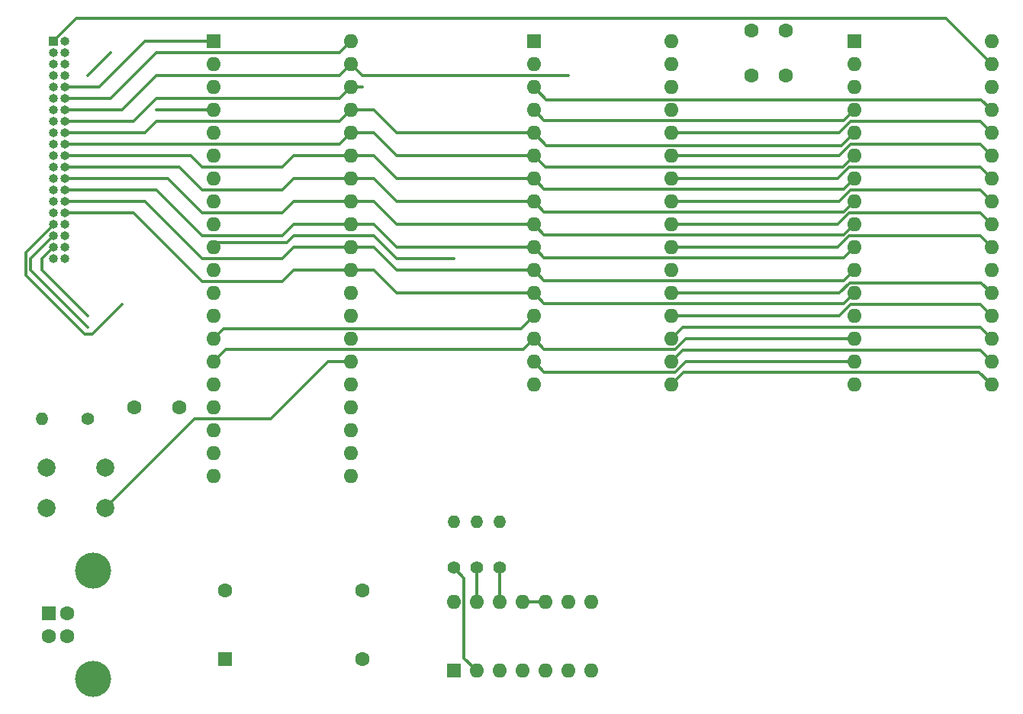
<source format=gbr>
%TF.GenerationSoftware,KiCad,Pcbnew,6.0.0*%
%TF.CreationDate,2022-01-05T13:28:49+01:00*%
%TF.ProjectId,glycon,676c7963-6f6e-42e6-9b69-6361645f7063,rev?*%
%TF.SameCoordinates,Original*%
%TF.FileFunction,Copper,L1,Top*%
%TF.FilePolarity,Positive*%
%FSLAX46Y46*%
G04 Gerber Fmt 4.6, Leading zero omitted, Abs format (unit mm)*
G04 Created by KiCad (PCBNEW 6.0.0) date 2022-01-05 13:28:49*
%MOMM*%
%LPD*%
G01*
G04 APERTURE LIST*
%TA.AperFunction,ComponentPad*%
%ADD10C,1.400000*%
%TD*%
%TA.AperFunction,ComponentPad*%
%ADD11O,1.400000X1.400000*%
%TD*%
%TA.AperFunction,ComponentPad*%
%ADD12R,1.600000X1.600000*%
%TD*%
%TA.AperFunction,ComponentPad*%
%ADD13O,1.600000X1.600000*%
%TD*%
%TA.AperFunction,ComponentPad*%
%ADD14C,1.600000*%
%TD*%
%TA.AperFunction,ComponentPad*%
%ADD15C,2.000000*%
%TD*%
%TA.AperFunction,ComponentPad*%
%ADD16C,4.000000*%
%TD*%
%TA.AperFunction,ComponentPad*%
%ADD17R,1.000000X1.000000*%
%TD*%
%TA.AperFunction,ComponentPad*%
%ADD18O,1.000000X1.000000*%
%TD*%
%TA.AperFunction,Conductor*%
%ADD19C,0.300000*%
%TD*%
G04 APERTURE END LIST*
D10*
%TO.P,R2,1*%
%TO.N,Net-(R2-Pad1)*%
X95250000Y-132080000D03*
D11*
%TO.P,R2,2*%
%TO.N,Earth*%
X95250000Y-127000000D03*
%TD*%
D10*
%TO.P,R4,1*%
%TO.N,Net-(R4-Pad1)*%
X100330000Y-132080000D03*
D11*
%TO.P,R4,2*%
%TO.N,Earth*%
X100330000Y-127000000D03*
%TD*%
D12*
%TO.P,U1,1,NC*%
%TO.N,unconnected-(U1-Pad1)*%
X104140000Y-73660000D03*
D13*
%TO.P,U1,2,A16*%
%TO.N,VCC*%
X104140000Y-76200000D03*
%TO.P,U1,3,A14*%
%TO.N,/A14*%
X104140000Y-78740000D03*
%TO.P,U1,4,A12*%
%TO.N,/A12*%
X104140000Y-81280000D03*
%TO.P,U1,5,A7*%
%TO.N,/A7*%
X104140000Y-83820000D03*
%TO.P,U1,6,A6*%
%TO.N,/A6*%
X104140000Y-86360000D03*
%TO.P,U1,7,A5*%
%TO.N,/A5*%
X104140000Y-88900000D03*
%TO.P,U1,8,A4*%
%TO.N,/A4*%
X104140000Y-91440000D03*
%TO.P,U1,9,A3*%
%TO.N,/A3*%
X104140000Y-93980000D03*
%TO.P,U1,10,A2*%
%TO.N,/A2*%
X104140000Y-96520000D03*
%TO.P,U1,11,A1*%
%TO.N,/A1*%
X104140000Y-99060000D03*
%TO.P,U1,12,A0*%
%TO.N,/A0*%
X104140000Y-101600000D03*
%TO.P,U1,13,Q0*%
%TO.N,/D0*%
X104140000Y-104140000D03*
%TO.P,U1,14,Q1*%
%TO.N,/D1*%
X104140000Y-106680000D03*
%TO.P,U1,15,Q2*%
%TO.N,/D2*%
X104140000Y-109220000D03*
%TO.P,U1,16,GND*%
%TO.N,Earth*%
X104140000Y-111760000D03*
%TO.P,U1,17,Q3*%
%TO.N,/D3*%
X119380000Y-111760000D03*
%TO.P,U1,18,Q4*%
%TO.N,/D4*%
X119380000Y-109220000D03*
%TO.P,U1,19,Q5*%
%TO.N,/D5*%
X119380000Y-106680000D03*
%TO.P,U1,20,Q6*%
%TO.N,/D6*%
X119380000Y-104140000D03*
%TO.P,U1,21,Q7*%
%TO.N,/D7*%
X119380000Y-101600000D03*
%TO.P,U1,22,~{CS1}*%
%TO.N,Earth*%
X119380000Y-99060000D03*
%TO.P,U1,23,A10*%
%TO.N,/A10*%
X119380000Y-96520000D03*
%TO.P,U1,24,~{OE}*%
%TO.N,Net-(U1-Pad24)*%
X119380000Y-93980000D03*
%TO.P,U1,25,A11*%
%TO.N,/A11*%
X119380000Y-91440000D03*
%TO.P,U1,26,A9*%
%TO.N,/A9*%
X119380000Y-88900000D03*
%TO.P,U1,27,A8*%
%TO.N,/A8*%
X119380000Y-86360000D03*
%TO.P,U1,28,A13*%
%TO.N,/A13*%
X119380000Y-83820000D03*
%TO.P,U1,29,~{WE}*%
%TO.N,Net-(U1-Pad29)*%
X119380000Y-81280000D03*
%TO.P,U1,30,CS2*%
%TO.N,Net-(J1-Pad34)*%
X119380000Y-78740000D03*
%TO.P,U1,31,A15*%
%TO.N,VCC*%
X119380000Y-76200000D03*
%TO.P,U1,32,VCC*%
X119380000Y-73660000D03*
%TD*%
D12*
%TO.P,X1,1,NC*%
%TO.N,unconnected-(X1-Pad1)*%
X69850000Y-142230000D03*
D14*
%TO.P,X1,7,GND*%
%TO.N,Earth*%
X85090000Y-142230000D03*
%TO.P,X1,8,OUT*%
%TO.N,Net-(U0-Pad6)*%
X85090000Y-134610000D03*
%TO.P,X1,14,Vcc*%
%TO.N,VCC*%
X69850000Y-134610000D03*
%TD*%
D15*
%TO.P,SW1,1,1*%
%TO.N,Earth*%
X50090000Y-120940000D03*
X56590000Y-120940000D03*
%TO.P,SW1,2,2*%
%TO.N,Net-(R1-Pad2)*%
X56590000Y-125440000D03*
X50090000Y-125440000D03*
%TD*%
D12*
%TO.P,J2,1,VBUS*%
%TO.N,VCC*%
X50362500Y-137180000D03*
D14*
%TO.P,J2,2,D-*%
%TO.N,unconnected-(J2-Pad2)*%
X50362500Y-139680000D03*
%TO.P,J2,3,D+*%
%TO.N,unconnected-(J2-Pad3)*%
X52362500Y-139680000D03*
%TO.P,J2,4,GND*%
%TO.N,Earth*%
X52362500Y-137180000D03*
D16*
%TO.P,J2,5,Shield*%
X55222500Y-132430000D03*
X55222500Y-144430000D03*
%TD*%
D17*
%TO.P,J1,1,Pin_1*%
%TO.N,/ROM WE*%
X50800000Y-73660000D03*
D18*
%TO.P,J1,2,Pin_2*%
%TO.N,VCC*%
X52070000Y-73660000D03*
%TO.P,J1,3,Pin_3*%
%TO.N,unconnected-(J1-Pad3)*%
X50800000Y-74930000D03*
%TO.P,J1,4,Pin_4*%
%TO.N,/A14*%
X52070000Y-74930000D03*
%TO.P,J1,5,Pin_5*%
%TO.N,unconnected-(J1-Pad5)*%
X50800000Y-76200000D03*
%TO.P,J1,6,Pin_6*%
%TO.N,/A13*%
X52070000Y-76200000D03*
%TO.P,J1,7,Pin_7*%
%TO.N,unconnected-(J1-Pad7)*%
X50800000Y-77470000D03*
%TO.P,J1,8,Pin_8*%
%TO.N,/A12*%
X52070000Y-77470000D03*
%TO.P,J1,9,Pin_9*%
%TO.N,unconnected-(J1-Pad9)*%
X50800000Y-78740000D03*
%TO.P,J1,10,Pin_10*%
%TO.N,/A11*%
X52070000Y-78740000D03*
%TO.P,J1,11,Pin_11*%
%TO.N,unconnected-(J1-Pad11)*%
X50800000Y-80010000D03*
%TO.P,J1,12,Pin_12*%
%TO.N,/A10*%
X52070000Y-80010000D03*
%TO.P,J1,13,Pin_13*%
%TO.N,unconnected-(J1-Pad13)*%
X50800000Y-81280000D03*
%TO.P,J1,14,Pin_14*%
%TO.N,/A9*%
X52070000Y-81280000D03*
%TO.P,J1,15,Pin_15*%
%TO.N,unconnected-(J1-Pad15)*%
X50800000Y-82550000D03*
%TO.P,J1,16,Pin_16*%
%TO.N,/A8*%
X52070000Y-82550000D03*
%TO.P,J1,17,Pin_17*%
%TO.N,unconnected-(J1-Pad17)*%
X50800000Y-83820000D03*
%TO.P,J1,18,Pin_18*%
%TO.N,/A7*%
X52070000Y-83820000D03*
%TO.P,J1,19,Pin_19*%
%TO.N,unconnected-(J1-Pad19)*%
X50800000Y-85090000D03*
%TO.P,J1,20,Pin_20*%
%TO.N,/A6*%
X52070000Y-85090000D03*
%TO.P,J1,21,Pin_21*%
%TO.N,/RAM WE*%
X50800000Y-86360000D03*
%TO.P,J1,22,Pin_22*%
%TO.N,/A5*%
X52070000Y-86360000D03*
%TO.P,J1,23,Pin_23*%
%TO.N,/D7*%
X50800000Y-87630000D03*
%TO.P,J1,24,Pin_24*%
%TO.N,/A4*%
X52070000Y-87630000D03*
%TO.P,J1,25,Pin_25*%
%TO.N,/D6*%
X50800000Y-88900000D03*
%TO.P,J1,26,Pin_26*%
%TO.N,/A3*%
X52070000Y-88900000D03*
%TO.P,J1,27,Pin_27*%
%TO.N,/D5*%
X50800000Y-90170000D03*
%TO.P,J1,28,Pin_28*%
%TO.N,/A2*%
X52070000Y-90170000D03*
%TO.P,J1,29,Pin_29*%
%TO.N,/D4*%
X50800000Y-91440000D03*
%TO.P,J1,30,Pin_30*%
%TO.N,/A1*%
X52070000Y-91440000D03*
%TO.P,J1,31,Pin_31*%
%TO.N,/D3*%
X50800000Y-92710000D03*
%TO.P,J1,32,Pin_32*%
%TO.N,/A0*%
X52070000Y-92710000D03*
%TO.P,J1,33,Pin_33*%
%TO.N,/D2*%
X50800000Y-93980000D03*
%TO.P,J1,34,Pin_34*%
%TO.N,Net-(J1-Pad34)*%
X52070000Y-93980000D03*
%TO.P,J1,35,Pin_35*%
%TO.N,/D1*%
X50800000Y-95250000D03*
%TO.P,J1,36,Pin_36*%
%TO.N,unconnected-(J1-Pad36)*%
X52070000Y-95250000D03*
%TO.P,J1,37,Pin_37*%
%TO.N,/D0*%
X50800000Y-96520000D03*
%TO.P,J1,38,Pin_38*%
%TO.N,unconnected-(J1-Pad38)*%
X52070000Y-96520000D03*
%TO.P,J1,39,Pin_39*%
%TO.N,Earth*%
X50800000Y-97790000D03*
%TO.P,J1,40,Pin_40*%
%TO.N,unconnected-(J1-Pad40)*%
X52070000Y-97790000D03*
%TD*%
D14*
%TO.P,C1,1*%
%TO.N,VCC*%
X64770000Y-114300000D03*
%TO.P,C1,2*%
%TO.N,Earth*%
X59770000Y-114300000D03*
%TD*%
D12*
%TO.P,U3,1*%
%TO.N,Net-(R4-Pad1)*%
X95245000Y-143500000D03*
D13*
%TO.P,U3,2*%
%TO.N,Net-(R2-Pad1)*%
X97785000Y-143500000D03*
%TO.P,U3,3*%
%TO.N,Net-(U1-Pad24)*%
X100325000Y-143500000D03*
%TO.P,U3,4*%
%TO.N,N/C*%
X102865000Y-143500000D03*
%TO.P,U3,5*%
X105405000Y-143500000D03*
%TO.P,U3,6*%
X107945000Y-143500000D03*
%TO.P,U3,7,Gnd*%
%TO.N,Earth*%
X110485000Y-143500000D03*
%TO.P,U3,8*%
%TO.N,Net-(U1-Pad29)*%
X110485000Y-135880000D03*
%TO.P,U3,9*%
%TO.N,/RAM WE*%
X107945000Y-135880000D03*
%TO.P,U3,10*%
%TO.N,Net-(U3-Pad10)*%
X105405000Y-135880000D03*
%TO.P,U3,11*%
X102865000Y-135880000D03*
%TO.P,U3,12*%
%TO.N,Net-(R4-Pad1)*%
X100325000Y-135880000D03*
%TO.P,U3,13*%
%TO.N,Net-(R3-Pad1)*%
X97785000Y-135880000D03*
%TO.P,U3,14,Vcc*%
%TO.N,VCC*%
X95245000Y-135880000D03*
%TD*%
D14*
%TO.P,C2,1*%
%TO.N,VCC*%
X128270000Y-77430000D03*
%TO.P,C2,2*%
%TO.N,Earth*%
X128270000Y-72430000D03*
%TD*%
D12*
%TO.P,U0,1,A11*%
%TO.N,/A11*%
X68580000Y-73660000D03*
D13*
%TO.P,U0,2,A12*%
%TO.N,/A12*%
X68580000Y-76200000D03*
%TO.P,U0,3,A13*%
%TO.N,/A13*%
X68580000Y-78740000D03*
%TO.P,U0,4,A14*%
%TO.N,/A14*%
X68580000Y-81280000D03*
%TO.P,U0,5,A15*%
%TO.N,Net-(J1-Pad34)*%
X68580000Y-83820000D03*
%TO.P,U0,6,~{CLK}*%
%TO.N,Net-(U0-Pad6)*%
X68580000Y-86360000D03*
%TO.P,U0,7,D4*%
%TO.N,/D4*%
X68580000Y-88900000D03*
%TO.P,U0,8,D3*%
%TO.N,/D3*%
X68580000Y-91440000D03*
%TO.P,U0,9,D5*%
%TO.N,/D5*%
X68580000Y-93980000D03*
%TO.P,U0,10,D6*%
%TO.N,/D6*%
X68580000Y-96520000D03*
%TO.P,U0,11,VCC*%
%TO.N,VCC*%
X68580000Y-99060000D03*
%TO.P,U0,12,D2*%
%TO.N,/D2*%
X68580000Y-101600000D03*
%TO.P,U0,13,D7*%
%TO.N,/D7*%
X68580000Y-104140000D03*
%TO.P,U0,14,D0*%
%TO.N,/D0*%
X68580000Y-106680000D03*
%TO.P,U0,15,D1*%
%TO.N,/D1*%
X68580000Y-109220000D03*
%TO.P,U0,16,~{INT}*%
%TO.N,unconnected-(U0-Pad16)*%
X68580000Y-111760000D03*
%TO.P,U0,17,~{NMI}*%
%TO.N,VCC*%
X68580000Y-114300000D03*
%TO.P,U0,18,~{HALT}*%
%TO.N,unconnected-(U0-Pad18)*%
X68580000Y-116840000D03*
%TO.P,U0,19,~{MREQ}*%
%TO.N,Net-(R3-Pad1)*%
X68580000Y-119380000D03*
%TO.P,U0,20,~{IORQ}*%
%TO.N,unconnected-(U0-Pad20)*%
X68580000Y-121920000D03*
%TO.P,U0,21,~{RD}*%
%TO.N,Net-(R2-Pad1)*%
X83820000Y-121920000D03*
%TO.P,U0,22,~{WR}*%
%TO.N,Net-(R4-Pad1)*%
X83820000Y-119380000D03*
%TO.P,U0,23,~{BUSACK}*%
%TO.N,unconnected-(U0-Pad23)*%
X83820000Y-116840000D03*
%TO.P,U0,24,~{WAIT}*%
%TO.N,VCC*%
X83820000Y-114300000D03*
%TO.P,U0,25,~{BUSRQ}*%
X83820000Y-111760000D03*
%TO.P,U0,26,~{RESET}*%
%TO.N,Net-(R1-Pad2)*%
X83820000Y-109220000D03*
%TO.P,U0,27,~{M1}*%
%TO.N,unconnected-(U0-Pad27)*%
X83820000Y-106680000D03*
%TO.P,U0,28,~{RFSH}*%
%TO.N,unconnected-(U0-Pad28)*%
X83820000Y-104140000D03*
%TO.P,U0,29,GND*%
%TO.N,Earth*%
X83820000Y-101600000D03*
%TO.P,U0,30,A0*%
%TO.N,/A0*%
X83820000Y-99060000D03*
%TO.P,U0,31,A1*%
%TO.N,/A1*%
X83820000Y-96520000D03*
%TO.P,U0,32,A2*%
%TO.N,/A2*%
X83820000Y-93980000D03*
%TO.P,U0,33,A3*%
%TO.N,/A3*%
X83820000Y-91440000D03*
%TO.P,U0,34,A4*%
%TO.N,/A4*%
X83820000Y-88900000D03*
%TO.P,U0,35,A5*%
%TO.N,/A5*%
X83820000Y-86360000D03*
%TO.P,U0,36,A6*%
%TO.N,/A6*%
X83820000Y-83820000D03*
%TO.P,U0,37,A7*%
%TO.N,/A7*%
X83820000Y-81280000D03*
%TO.P,U0,38,A8*%
%TO.N,/A8*%
X83820000Y-78740000D03*
%TO.P,U0,39,A9*%
%TO.N,/A9*%
X83820000Y-76200000D03*
%TO.P,U0,40,A10*%
%TO.N,/A10*%
X83820000Y-73660000D03*
%TD*%
D12*
%TO.P,U2,1,NC*%
%TO.N,unconnected-(U2-Pad1)*%
X139700000Y-73660000D03*
D13*
%TO.P,U2,2,A16*%
%TO.N,VCC*%
X139700000Y-76200000D03*
%TO.P,U2,3,A15*%
X139700000Y-78740000D03*
%TO.P,U2,4,A12*%
%TO.N,/A12*%
X139700000Y-81280000D03*
%TO.P,U2,5,A7*%
%TO.N,/A7*%
X139700000Y-83820000D03*
%TO.P,U2,6,A6*%
%TO.N,/A6*%
X139700000Y-86360000D03*
%TO.P,U2,7,A5*%
%TO.N,/A5*%
X139700000Y-88900000D03*
%TO.P,U2,8,A4*%
%TO.N,/A4*%
X139700000Y-91440000D03*
%TO.P,U2,9,A3*%
%TO.N,/A3*%
X139700000Y-93980000D03*
%TO.P,U2,10,A2*%
%TO.N,/A2*%
X139700000Y-96520000D03*
%TO.P,U2,11,A1*%
%TO.N,/A1*%
X139700000Y-99060000D03*
%TO.P,U2,12,A0*%
%TO.N,/A0*%
X139700000Y-101600000D03*
%TO.P,U2,13,D0*%
%TO.N,/D0*%
X139700000Y-104140000D03*
%TO.P,U2,14,D1*%
%TO.N,/D1*%
X139700000Y-106680000D03*
%TO.P,U2,15,D2*%
%TO.N,/D2*%
X139700000Y-109220000D03*
%TO.P,U2,16,GND*%
%TO.N,Earth*%
X139700000Y-111760000D03*
%TO.P,U2,17,D3*%
%TO.N,/D3*%
X154940000Y-111760000D03*
%TO.P,U2,18,D4*%
%TO.N,/D4*%
X154940000Y-109220000D03*
%TO.P,U2,19,D5*%
%TO.N,/D5*%
X154940000Y-106680000D03*
%TO.P,U2,20,D6*%
%TO.N,/D6*%
X154940000Y-104140000D03*
%TO.P,U2,21,D7*%
%TO.N,/D7*%
X154940000Y-101600000D03*
%TO.P,U2,22,CE*%
%TO.N,Net-(J1-Pad34)*%
X154940000Y-99060000D03*
%TO.P,U2,23,A10*%
%TO.N,/A10*%
X154940000Y-96520000D03*
%TO.P,U2,24,OE*%
%TO.N,Net-(U1-Pad24)*%
X154940000Y-93980000D03*
%TO.P,U2,25,A11*%
%TO.N,/A11*%
X154940000Y-91440000D03*
%TO.P,U2,26,A9*%
%TO.N,/A9*%
X154940000Y-88900000D03*
%TO.P,U2,27,A8*%
%TO.N,/A8*%
X154940000Y-86360000D03*
%TO.P,U2,28,A13*%
%TO.N,/A13*%
X154940000Y-83820000D03*
%TO.P,U2,29,A14*%
%TO.N,/A14*%
X154940000Y-81280000D03*
%TO.P,U2,30,NC*%
%TO.N,unconnected-(U2-Pad30)*%
X154940000Y-78740000D03*
%TO.P,U2,31,PGM*%
%TO.N,/ROM WE*%
X154940000Y-76200000D03*
%TO.P,U2,32,VCC*%
%TO.N,VCC*%
X154940000Y-73660000D03*
%TD*%
D14*
%TO.P,C3,1*%
%TO.N,VCC*%
X132080000Y-77430000D03*
%TO.P,C3,2*%
%TO.N,Earth*%
X132080000Y-72430000D03*
%TD*%
D10*
%TO.P,R1,1*%
%TO.N,VCC*%
X54610000Y-115570000D03*
D11*
%TO.P,R1,2*%
%TO.N,Net-(R1-Pad2)*%
X49530000Y-115570000D03*
%TD*%
D10*
%TO.P,R3,1*%
%TO.N,Net-(R3-Pad1)*%
X97790000Y-132080000D03*
D11*
%TO.P,R3,2*%
%TO.N,Earth*%
X97790000Y-127000000D03*
%TD*%
D19*
%TO.N,/ROM WE*%
X149860000Y-71120000D02*
X154940000Y-76200000D01*
X53340000Y-71120000D02*
X149860000Y-71120000D01*
X50800000Y-73660000D02*
X53340000Y-71120000D01*
%TO.N,/D7*%
X139223856Y-100450489D02*
X138074345Y-101600000D01*
X153790489Y-100450489D02*
X139223856Y-100450489D01*
X154940000Y-101600000D02*
X153790489Y-100450489D01*
X138074345Y-101600000D02*
X119380000Y-101600000D01*
%TO.N,/D6*%
X138074345Y-104140000D02*
X139344345Y-102870000D01*
X68580000Y-96520000D02*
X69079520Y-96020480D01*
X76699520Y-96020480D02*
X77470000Y-95250000D01*
X87630000Y-96520000D02*
X88900000Y-97790000D01*
X69079520Y-96020480D02*
X76699520Y-96020480D01*
X119380000Y-104140000D02*
X138074345Y-104140000D01*
X88900000Y-97790000D02*
X95250000Y-97790000D01*
X139344345Y-102870000D02*
X153670000Y-102870000D01*
X153670000Y-102870000D02*
X154940000Y-104140000D01*
X77470000Y-95250000D02*
X86360000Y-95250000D01*
X86360000Y-95250000D02*
X87630000Y-96520000D01*
%TO.N,/D5*%
X119380000Y-106680000D02*
X120650000Y-105410000D01*
X120650000Y-105410000D02*
X153670000Y-105410000D01*
X153670000Y-105410000D02*
X154940000Y-106680000D01*
%TO.N,/D4*%
X119380000Y-109220000D02*
X120650000Y-107950000D01*
X120650000Y-107950000D02*
X153670000Y-107950000D01*
X153670000Y-107950000D02*
X154940000Y-109220000D01*
%TO.N,/D3*%
X119380000Y-111760000D02*
X120770489Y-110369511D01*
X120770489Y-110369511D02*
X153549511Y-110369511D01*
X153549511Y-110369511D02*
X154940000Y-111760000D01*
%TO.N,/D2*%
X47760480Y-99620450D02*
X47760480Y-97088129D01*
X54299541Y-106159511D02*
X47760480Y-99620450D01*
X105289511Y-110369511D02*
X119856144Y-110369511D01*
X55130489Y-106159511D02*
X54299541Y-106159511D01*
X47760480Y-97088129D02*
X50800000Y-94048609D01*
X104140000Y-109220000D02*
X105289511Y-110369511D01*
X121005655Y-109220000D02*
X139700000Y-109220000D01*
X58420000Y-102870000D02*
X55130489Y-106159511D01*
X119856144Y-110369511D02*
X121005655Y-109220000D01*
X50800000Y-94048609D02*
X50800000Y-93980000D01*
%TO.N,/D1*%
X102990489Y-107829511D02*
X104140000Y-106680000D01*
X69970489Y-107829511D02*
X102990489Y-107829511D01*
X119856144Y-107829511D02*
X121005655Y-106680000D01*
X121005655Y-106680000D02*
X139700000Y-106680000D01*
X68580000Y-109220000D02*
X69970489Y-107829511D01*
X104140000Y-106680000D02*
X105289511Y-107829511D01*
X105289511Y-107829511D02*
X119856144Y-107829511D01*
X48260000Y-97790000D02*
X50800000Y-95250000D01*
X48260000Y-99060000D02*
X48260000Y-97790000D01*
X54610000Y-105410000D02*
X48260000Y-99060000D01*
%TO.N,/D0*%
X102749511Y-105530489D02*
X104140000Y-104140000D01*
X49530000Y-97790000D02*
X50800000Y-96520000D01*
X54610000Y-104140000D02*
X49530000Y-99060000D01*
X69729511Y-105530489D02*
X102749511Y-105530489D01*
X49530000Y-99060000D02*
X49530000Y-97790000D01*
X68580000Y-106680000D02*
X69729511Y-105530489D01*
%TO.N,/A14*%
X154940000Y-81280000D02*
X153790489Y-80130489D01*
X62230000Y-81280000D02*
X68580000Y-81280000D01*
X105530489Y-80130489D02*
X104140000Y-78740000D01*
X153790489Y-80130489D02*
X105530489Y-80130489D01*
%TO.N,/A13*%
X119380000Y-83820000D02*
X138074345Y-83820000D01*
X153670000Y-82550000D02*
X154940000Y-83820000D01*
X139344345Y-82550000D02*
X153670000Y-82550000D01*
X138074345Y-83820000D02*
X139344345Y-82550000D01*
%TO.N,/A12*%
X105289511Y-82429511D02*
X138550489Y-82429511D01*
X104140000Y-81280000D02*
X105289511Y-82429511D01*
X138550489Y-82429511D02*
X139700000Y-81280000D01*
X54610000Y-77470000D02*
X57150000Y-74930000D01*
%TO.N,/A11*%
X138074345Y-91440000D02*
X139344345Y-90170000D01*
X119380000Y-91440000D02*
X138074345Y-91440000D01*
X153670000Y-90170000D02*
X154940000Y-91440000D01*
X52070000Y-78740000D02*
X55880000Y-78740000D01*
X60960000Y-73660000D02*
X68580000Y-73660000D01*
X139344345Y-90170000D02*
X153670000Y-90170000D01*
X55880000Y-78740000D02*
X60960000Y-73660000D01*
%TO.N,/A10*%
X57150000Y-80010000D02*
X62230000Y-74930000D01*
X119380000Y-96520000D02*
X137866427Y-96520000D01*
X137866427Y-96520000D02*
X139136427Y-95250000D01*
X153670000Y-95250000D02*
X154940000Y-96520000D01*
X82550000Y-74930000D02*
X83820000Y-73660000D01*
X139136427Y-95250000D02*
X153670000Y-95250000D01*
X52070000Y-80010000D02*
X57150000Y-80010000D01*
X62230000Y-74930000D02*
X82550000Y-74930000D01*
%TO.N,/A9*%
X107950000Y-77470000D02*
X85090000Y-77470000D01*
X85090000Y-77470000D02*
X83820000Y-76200000D01*
X137866427Y-88900000D02*
X139136427Y-87630000D01*
X153670000Y-87630000D02*
X154940000Y-88900000D01*
X82550000Y-77470000D02*
X83820000Y-76200000D01*
X52070000Y-81280000D02*
X58420000Y-81280000D01*
X58420000Y-81280000D02*
X62230000Y-77470000D01*
X139136427Y-87630000D02*
X153670000Y-87630000D01*
X119380000Y-88900000D02*
X137866427Y-88900000D01*
X62230000Y-77470000D02*
X82550000Y-77470000D01*
%TO.N,/A8*%
X119380000Y-86360000D02*
X138074345Y-86360000D01*
X83820000Y-78740000D02*
X85090000Y-78740000D01*
X153670000Y-85090000D02*
X154940000Y-86360000D01*
X139344345Y-85090000D02*
X153670000Y-85090000D01*
X59690000Y-82550000D02*
X62230000Y-80010000D01*
X138074345Y-86360000D02*
X139344345Y-85090000D01*
X52070000Y-82550000D02*
X59690000Y-82550000D01*
X62230000Y-80010000D02*
X82550000Y-80010000D01*
X82550000Y-80010000D02*
X83820000Y-78740000D01*
%TO.N,/A7*%
X52070000Y-83820000D02*
X60960000Y-83820000D01*
X88900000Y-83820000D02*
X104140000Y-83820000D01*
X86360000Y-81280000D02*
X88900000Y-83820000D01*
X83820000Y-81280000D02*
X86360000Y-81280000D01*
X62230000Y-82550000D02*
X82550000Y-82550000D01*
X138309511Y-85210489D02*
X105530489Y-85210489D01*
X139700000Y-83820000D02*
X138309511Y-85210489D01*
X82550000Y-82550000D02*
X83820000Y-81280000D01*
X60960000Y-83820000D02*
X62230000Y-82550000D01*
X105530489Y-85210489D02*
X104140000Y-83820000D01*
%TO.N,/A6*%
X82550000Y-85090000D02*
X83820000Y-83820000D01*
X52070000Y-85090000D02*
X82550000Y-85090000D01*
X104140000Y-86360000D02*
X105410000Y-87630000D01*
X83820000Y-83820000D02*
X86360000Y-83820000D01*
X105410000Y-87630000D02*
X138430000Y-87630000D01*
X138430000Y-87630000D02*
X139700000Y-86360000D01*
X86360000Y-83820000D02*
X88900000Y-86360000D01*
X88900000Y-86360000D02*
X104140000Y-86360000D01*
%TO.N,/A5*%
X83820000Y-86360000D02*
X86360000Y-86360000D01*
X104140000Y-88900000D02*
X105289511Y-90049511D01*
X105289511Y-90049511D02*
X138550489Y-90049511D01*
X77470000Y-86360000D02*
X83820000Y-86360000D01*
X76200000Y-87630000D02*
X77470000Y-86360000D01*
X67310000Y-87630000D02*
X76200000Y-87630000D01*
X86360000Y-86360000D02*
X88900000Y-88900000D01*
X66040000Y-86360000D02*
X67310000Y-87630000D01*
X138550489Y-90049511D02*
X139700000Y-88900000D01*
X52070000Y-86360000D02*
X66040000Y-86360000D01*
X88900000Y-88900000D02*
X104140000Y-88900000D01*
%TO.N,/A4*%
X86360000Y-88900000D02*
X88900000Y-91440000D01*
X76200000Y-90170000D02*
X77470000Y-88900000D01*
X83820000Y-88900000D02*
X86360000Y-88900000D01*
X64770000Y-87630000D02*
X67310000Y-90170000D01*
X77470000Y-88900000D02*
X83820000Y-88900000D01*
X104140000Y-91440000D02*
X105289511Y-92589511D01*
X138550489Y-92589511D02*
X139700000Y-91440000D01*
X67310000Y-90170000D02*
X76200000Y-90170000D01*
X105289511Y-92589511D02*
X138550489Y-92589511D01*
X52070000Y-87630000D02*
X64770000Y-87630000D01*
X88900000Y-91440000D02*
X104140000Y-91440000D01*
%TO.N,/A3*%
X86360000Y-91440000D02*
X88900000Y-93980000D01*
X88900000Y-93980000D02*
X104140000Y-93980000D01*
X105289511Y-95129511D02*
X138550489Y-95129511D01*
X77470000Y-91440000D02*
X83820000Y-91440000D01*
X83820000Y-91440000D02*
X86360000Y-91440000D01*
X138550489Y-95129511D02*
X139700000Y-93980000D01*
X104140000Y-93980000D02*
X105289511Y-95129511D01*
X52070000Y-88900000D02*
X63500000Y-88900000D01*
X67310000Y-92710000D02*
X76200000Y-92710000D01*
X76200000Y-92710000D02*
X77470000Y-91440000D01*
X63500000Y-88900000D02*
X67310000Y-92710000D01*
%TO.N,/A2*%
X77470000Y-93980000D02*
X83820000Y-93980000D01*
X83820000Y-93980000D02*
X86360000Y-93980000D01*
X105289511Y-97669511D02*
X138550489Y-97669511D01*
X86360000Y-93980000D02*
X88900000Y-96520000D01*
X76200000Y-95250000D02*
X77470000Y-93980000D01*
X138550489Y-97669511D02*
X139700000Y-96520000D01*
X67310000Y-95250000D02*
X76200000Y-95250000D01*
X52070000Y-90170000D02*
X62230000Y-90170000D01*
X104140000Y-96520000D02*
X105289511Y-97669511D01*
X88900000Y-96520000D02*
X104140000Y-96520000D01*
X62230000Y-90170000D02*
X67310000Y-95250000D01*
%TO.N,/A1*%
X60960000Y-91440000D02*
X67310000Y-97790000D01*
X52070000Y-91440000D02*
X60960000Y-91440000D01*
X77470000Y-96520000D02*
X83820000Y-96520000D01*
X88900000Y-99060000D02*
X104140000Y-99060000D01*
X104140000Y-99060000D02*
X105289511Y-100209511D01*
X138550489Y-100209511D02*
X139700000Y-99060000D01*
X83820000Y-96520000D02*
X86360000Y-96520000D01*
X67310000Y-97790000D02*
X76200000Y-97790000D01*
X86360000Y-96520000D02*
X88900000Y-99060000D01*
X105289511Y-100209511D02*
X138550489Y-100209511D01*
X76200000Y-97790000D02*
X77470000Y-96520000D01*
%TO.N,/A0*%
X138550489Y-102749511D02*
X139700000Y-101600000D01*
X77470000Y-99060000D02*
X83820000Y-99060000D01*
X83820000Y-99060000D02*
X86360000Y-99060000D01*
X105289511Y-102749511D02*
X138550489Y-102749511D01*
X52070000Y-92710000D02*
X59690000Y-92710000D01*
X104140000Y-101600000D02*
X105289511Y-102749511D01*
X59690000Y-92710000D02*
X67310000Y-100330000D01*
X86360000Y-99060000D02*
X88900000Y-101600000D01*
X67310000Y-100330000D02*
X76200000Y-100330000D01*
X76200000Y-100330000D02*
X77470000Y-99060000D01*
X88900000Y-101600000D02*
X104140000Y-101600000D01*
%TO.N,Net-(R1-Pad2)*%
X56590000Y-125440000D02*
X66460000Y-115570000D01*
X81280000Y-109220000D02*
X83820000Y-109220000D01*
X66460000Y-115570000D02*
X74930000Y-115570000D01*
X74930000Y-115570000D02*
X81280000Y-109220000D01*
%TO.N,Net-(R2-Pad1)*%
X96394511Y-133224511D02*
X96394511Y-142109511D01*
X96394511Y-142109511D02*
X97785000Y-143500000D01*
X95250000Y-132080000D02*
X96394511Y-133224511D01*
%TO.N,Net-(R3-Pad1)*%
X97790000Y-132080000D02*
X97790000Y-135875000D01*
X97790000Y-135875000D02*
X97785000Y-135880000D01*
%TO.N,Net-(R4-Pad1)*%
X100330000Y-132080000D02*
X100330000Y-135875000D01*
X100330000Y-135875000D02*
X100325000Y-135880000D01*
%TO.N,Net-(U1-Pad24)*%
X153670000Y-92710000D02*
X154940000Y-93980000D01*
X139136427Y-92710000D02*
X153670000Y-92710000D01*
X137866427Y-93980000D02*
X139136427Y-92710000D01*
X119380000Y-93980000D02*
X137866427Y-93980000D01*
%TO.N,Net-(U3-Pad10)*%
X102865000Y-135880000D02*
X105405000Y-135880000D01*
%TD*%
M02*

</source>
